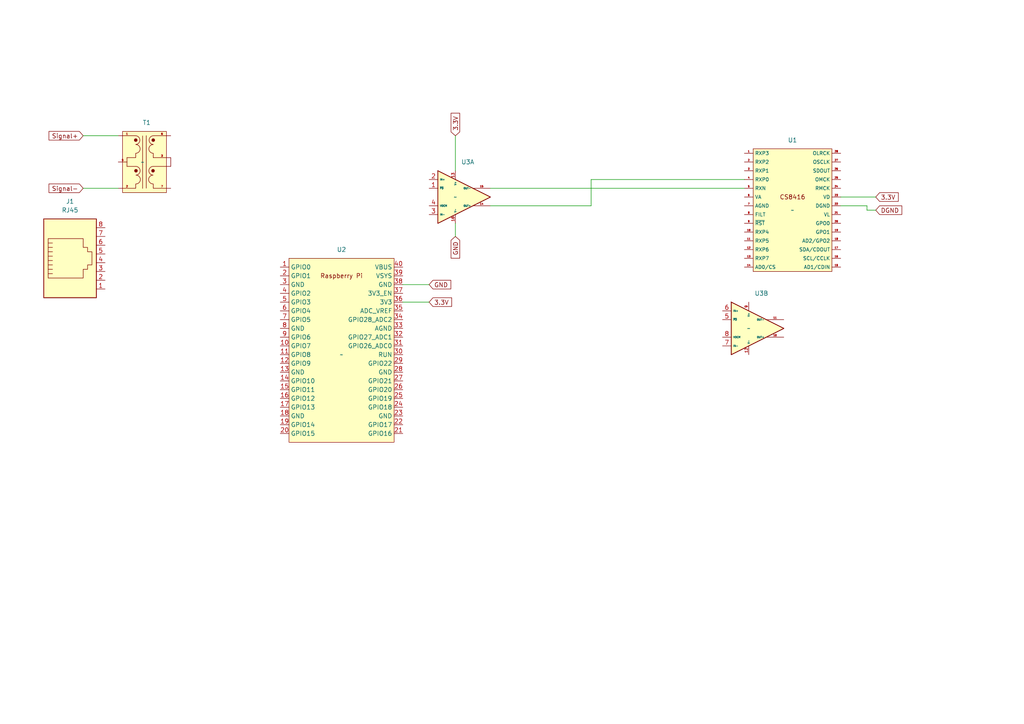
<source format=kicad_sch>
(kicad_sch (version 20230121) (generator eeschema)
  (paper "A4")
  (lib_symbols
    (symbol "491_Symbols:CS8416"
      (property "Reference" "U" (at 0 0 0))
      (symbol "CS8416_0_1"
        (rectangle (start -11.43 17.78) (end 11.43 -17.78) (fill (type background)))
      )
      (symbol "CS8416_1_1"
        (text "CS8416" (at 0 3.81 0) (effects (font (size 1.27 1.27))))
        (pin input line (at -13.97 16.51 0) (length 2.54) (name "RXP3") (number "1"))
        (pin input line (at -13.97 -6.35 0) (length 2.54) (name "RXP4") (number "10"))
        (pin input line (at -13.97 -8.89 0) (length 2.54) (name "RXP5") (number "11"))
        (pin input line (at -13.97 -11.43 0) (length 2.54) (name "RXP6") (number "12"))
        (pin input line (at -13.97 -13.97 0) (length 2.54) (name "RXP7") (number "13"))
        (pin input line (at -13.97 -16.51 0) (length 2.54) (name "AD0/CS") (number "14"))
        (pin input line (at 13.97 -16.51 180) (length 2.54) (name "AD1/CDIN") (number "15"))
        (pin input line (at 13.97 -13.97 180) (length 2.54) (name "SCL/CCLK") (number "16"))
        (pin bidirectional line (at 13.97 -11.43 180) (length 2.54) (name "SDA/CDOUT") (number "17"))
        (pin output line (at 13.97 -8.89 180) (length 2.54) (name "AD2/GPO2") (number "18"))
        (pin output line (at 13.97 -6.35 180) (length 2.54) (name "GPO1") (number "19"))
        (pin input line (at -13.97 13.97 0) (length 2.54) (name "RXP2") (number "2"))
        (pin output line (at 13.97 -3.81 180) (length 2.54) (name "GPO0") (number "20"))
        (pin power_in line (at 13.97 -1.27 180) (length 2.54) (name "VL") (number "21"))
        (pin power_in line (at 13.97 1.27 180) (length 2.54) (name "DGND") (number "22"))
        (pin power_in line (at 13.97 3.81 180) (length 2.54) (name "VD") (number "23"))
        (pin output line (at 13.97 6.35 180) (length 2.54) (name "RMCK") (number "24"))
        (pin input line (at 13.97 8.89 180) (length 2.54) (name "OMCK") (number "25"))
        (pin output line (at 13.97 11.43 180) (length 2.54) (name "SDOUT") (number "26"))
        (pin bidirectional line (at 13.97 13.97 180) (length 2.54) (name "OSCLK") (number "27"))
        (pin bidirectional line (at 13.97 16.51 180) (length 2.54) (name "OLRCK") (number "28"))
        (pin input line (at -13.97 11.43 0) (length 2.54) (name "RXP1") (number "3"))
        (pin input line (at -13.97 8.89 0) (length 2.54) (name "RXP0") (number "4"))
        (pin input line (at -13.97 6.35 0) (length 2.54) (name "RXN") (number "5"))
        (pin power_in line (at -13.97 3.81 0) (length 2.54) (name "VA") (number "6"))
        (pin power_in line (at -13.97 1.27 0) (length 2.54) (name "AGND") (number "7"))
        (pin output line (at -13.97 -1.27 0) (length 2.54) (name "FILT") (number "8"))
        (pin input line (at -13.97 -3.81 0) (length 2.54) (name "~{RST}") (number "9"))
      )
    )
    (symbol "491_Symbols:Pico_W"
      (property "Reference" "U" (at 0 0 0))
      (symbol "Pico_W_0_0"
        (text "Raspberry Pi" (at 0 22.86 0) (effects (font (size 1.27 1.27))))
      )
      (symbol "Pico_W_0_1"
        (rectangle (start -15.24 27.94) (end 15.24 -25.4) (fill (type background)))
      )
      (symbol "Pico_W_1_1"
        (pin bidirectional line (at -17.78 25.4 0) (length 2.54) (name "GPIO0") (number "1"))
        (pin bidirectional line (at -17.78 2.54 0) (length 2.54) (name "GPIO7") (number "10"))
        (pin bidirectional line (at -17.78 0 0) (length 2.54) (name "GPIO8") (number "11"))
        (pin bidirectional line (at -17.78 -2.54 0) (length 2.54) (name "GPIO9") (number "12"))
        (pin power_in line (at -17.78 -5.08 0) (length 2.54) (name "GND") (number "13"))
        (pin bidirectional line (at -17.78 -7.62 0) (length 2.54) (name "GPIO10") (number "14"))
        (pin bidirectional line (at -17.78 -10.16 0) (length 2.54) (name "GPIO11") (number "15"))
        (pin bidirectional line (at -17.78 -12.7 0) (length 2.54) (name "GPIO12") (number "16"))
        (pin bidirectional line (at -17.78 -15.24 0) (length 2.54) (name "GPIO13") (number "17"))
        (pin power_in line (at -17.78 -17.78 0) (length 2.54) (name "GND") (number "18"))
        (pin bidirectional line (at -17.78 -20.32 0) (length 2.54) (name "GPIO14") (number "19"))
        (pin bidirectional line (at -17.78 22.86 0) (length 2.54) (name "GPIO1") (number "2"))
        (pin bidirectional line (at -17.78 -22.86 0) (length 2.54) (name "GPIO15") (number "20"))
        (pin bidirectional line (at 17.78 -22.86 180) (length 2.54) (name "GPIO16") (number "21"))
        (pin bidirectional line (at 17.78 -20.32 180) (length 2.54) (name "GPIO17") (number "22"))
        (pin power_in line (at 17.78 -17.78 180) (length 2.54) (name "GND") (number "23"))
        (pin bidirectional line (at 17.78 -15.24 180) (length 2.54) (name "GPIO18") (number "24"))
        (pin bidirectional line (at 17.78 -12.7 180) (length 2.54) (name "GPIO19") (number "25"))
        (pin bidirectional line (at 17.78 -10.16 180) (length 2.54) (name "GPIO20") (number "26"))
        (pin bidirectional line (at 17.78 -7.62 180) (length 2.54) (name "GPIO21") (number "27"))
        (pin power_in line (at 17.78 -5.08 180) (length 2.54) (name "GND") (number "28"))
        (pin bidirectional line (at 17.78 -2.54 180) (length 2.54) (name "GPIO22") (number "29"))
        (pin power_in line (at -17.78 20.32 0) (length 2.54) (name "GND") (number "3"))
        (pin input line (at 17.78 0 180) (length 2.54) (name "RUN") (number "30"))
        (pin bidirectional line (at 17.78 2.54 180) (length 2.54) (name "GPIO26_ADC0") (number "31"))
        (pin bidirectional line (at 17.78 5.08 180) (length 2.54) (name "GPIO27_ADC1") (number "32"))
        (pin power_in line (at 17.78 7.62 180) (length 2.54) (name "AGND") (number "33"))
        (pin bidirectional line (at 17.78 10.16 180) (length 2.54) (name "GPIO28_ADC2") (number "34"))
        (pin unspecified line (at 17.78 12.7 180) (length 2.54) (name "ADC_VREF") (number "35"))
        (pin unspecified line (at 17.78 15.24 180) (length 2.54) (name "3V3") (number "36"))
        (pin input line (at 17.78 17.78 180) (length 2.54) (name "3V3_EN") (number "37"))
        (pin bidirectional line (at 17.78 20.32 180) (length 2.54) (name "GND") (number "38"))
        (pin unspecified line (at 17.78 22.86 180) (length 2.54) (name "VSYS") (number "39"))
        (pin bidirectional line (at -17.78 17.78 0) (length 2.54) (name "GPIO2") (number "4"))
        (pin unspecified line (at 17.78 25.4 180) (length 2.54) (name "VBUS") (number "40"))
        (pin bidirectional line (at -17.78 15.24 0) (length 2.54) (name "GPIO3") (number "5"))
        (pin bidirectional line (at -17.78 12.7 0) (length 2.54) (name "GPIO4") (number "6"))
        (pin bidirectional line (at -17.78 10.16 0) (length 2.54) (name "GPIO5") (number "7"))
        (pin power_in line (at -17.78 7.62 0) (length 2.54) (name "GND") (number "8"))
        (pin bidirectional line (at -17.78 5.08 0) (length 2.54) (name "GPIO6") (number "9"))
      )
    )
    (symbol "491_Symbols:SM453230-181N7Y"
      (property "Reference" "T" (at 0 10.16 0))
      (symbol "SM453230-181N7Y_0_1"
        (arc (start -2.54 5.08) (mid -1.3376 6.35) (end -2.54 7.62))
        (arc (start -2.4705 -3.81) (mid -1.2681 -2.54) (end -2.4705 -1.27))
        (arc (start -2.4705 2.54) (mid -1.2681 3.81) (end -2.4705 5.08))
        (arc (start -2.401 -6.35) (mid -1.1986 -5.08) (end -2.401 -3.81))
        (polyline (pts (xy 2.54 -1.27) (xy 7.62 -1.27)))
        (polyline (pts (xy 7.62 1.27) (xy 7.62 -1.27)))
        (arc (start 2.401 -3.81) (mid 1.1986 -5.08) (end 2.401 -6.35))
        (arc (start 2.4705 -1.27) (mid 1.2681 -2.54) (end 2.4705 -3.81))
        (arc (start 2.4705 5.08) (mid 1.2681 3.81) (end 2.4705 2.54))
        (arc (start 2.54 7.62) (mid 1.3376 6.35) (end 2.54 5.08))
      )
      (symbol "SM453230-181N7Y_1_1"
        (rectangle (start -6.35 8.89) (end 6.35 -8.89) (fill (type background)))
        (circle (center -2.54 6.35) (radius 0.0001) (stroke (width 0.5)))
        (circle (center -2.4705 -2.54) (radius 0.0001) (stroke (width 0.5)))
        (polyline (pts (xy -5.08 -1.27) (xy -2.54 -1.27)))
        (polyline (pts (xy -5.08 1.27) (xy -5.08 -1.27)))
        (polyline (pts (xy -2.54 -6.35) (xy -2.54 -7.62)))
        (polyline (pts (xy -0.5502 -7.6652) (xy -0.5502 7.5748)))
        (polyline (pts (xy 0.5049 -7.5898) (xy 0.5049 7.6502)))
        (polyline (pts (xy 2.54 -6.35) (xy 2.54 -7.62)))
        (polyline (pts (xy 2.54 2.54) (xy 2.54 1.27)))
        (polyline (pts (xy -2.54 2.54) (xy -2.54 1.27) (xy -5.08 1.27)))
        (circle (center 2.4705 -2.54) (radius 0.0001) (stroke (width 0.5)))
        (circle (center 2.54 6.35) (radius 0.0001) (stroke (width 0.5)))
        (pin output line (at -7.62 7.62 0) (length 5.08) (name "") (number "1"))
        (pin output line (at -7.62 -7.62 0) (length 5.08) (name "") (number "2"))
        (pin output line (at 7.62 1.27 180) (length 5.08) (name "") (number "3"))
        (pin output line (at -7.62 0 0) (length 2.54) (name "") (number "5"))
        (pin output line (at 7.62 7.62 180) (length 5.08) (name "") (number "6"))
        (pin output line (at 7.62 -7.62 180) (length 5.08) (name "") (number "7"))
      )
    )
    (symbol "491_Symbols:THS4522"
      (property "Reference" "U" (at 0 0 0))
      (symbol "THS4522_1_1"
        (polyline (pts (xy -5.08 7.62) (xy -5.08 -7.62) (xy 10.16 0) (xy -5.08 7.62)) (stroke (width 0.254)) (fill (type background)))
        (pin input line (at -7.62 2.54 0) (length 2.54) (name "~{PD}") (number "1"))
        (pin power_in line (at 0 7.62 270) (length 2.54) (name "V+") (number "13"))
        (pin output line (at 10.16 -2.54 180) (length 5.08) (name "OUT+") (number "14"))
        (pin output line (at 10.16 2.54 180) (length 5.08) (name "OUT-") (number "15"))
        (pin power_in line (at 0 -7.62 90) (length 2.54) (name "V-") (number "16"))
        (pin input line (at -7.62 5.08 0) (length 2.54) (name "IN+") (number "2"))
        (pin input line (at -7.62 -5.08 0) (length 2.54) (name "IN-") (number "3"))
        (pin input line (at -7.62 -2.54 0) (length 2.54) (name "VOCM") (number "4"))
      )
      (symbol "THS4522_2_1"
        (polyline (pts (xy -5.08 7.62) (xy -5.08 -7.62) (xy 10.16 0) (xy -5.08 7.62)) (stroke (width 0.254)) (fill (type background)))
        (pin output line (at 10.16 -2.54 180) (length 5.08) (name "OUT+") (number "10"))
        (pin output line (at 10.16 2.54 180) (length 5.08) (name "OUT-") (number "11"))
        (pin power_in line (at 0 -7.62 90) (length 2.54) (name "V-") (number "12"))
        (pin input line (at -7.62 2.54 0) (length 2.54) (name "~{PD}") (number "5"))
        (pin input line (at -7.62 5.08 0) (length 2.54) (name "IN+") (number "6"))
        (pin input line (at -7.62 -5.08 0) (length 2.54) (name "IN-") (number "7"))
        (pin input line (at -7.62 -2.54 0) (length 2.54) (name "VOCM") (number "8"))
        (pin power_in line (at 0 7.62 270) (length 2.54) (name "V+") (number "9"))
      )
    )
    (symbol "Connector:RJ45" (pin_names (offset 1.016))
      (property "Reference" "J" (at -5.08 13.97 0))
      (property "Value" "RJ45" (at 2.54 13.97 0))
      (symbol "RJ45_0_1"
        (polyline (pts (xy -5.08 4.445) (xy -6.35 4.445)))
        (polyline (pts (xy -5.08 5.715) (xy -6.35 5.715)))
        (polyline (pts (xy -6.35 -3.175) (xy -5.08 -3.175) (xy -5.08 -3.175)))
        (polyline (pts (xy -6.35 -1.905) (xy -5.08 -1.905) (xy -5.08 -1.905)))
        (polyline (pts (xy -6.35 -0.635) (xy -5.08 -0.635) (xy -5.08 -0.635)))
        (polyline (pts (xy -6.35 0.635) (xy -5.08 0.635) (xy -5.08 0.635)))
        (polyline (pts (xy -6.35 1.905) (xy -5.08 1.905) (xy -5.08 1.905)))
        (polyline (pts (xy -5.08 3.175) (xy -6.35 3.175) (xy -6.35 3.175)))
        (polyline (pts (xy -6.35 -4.445) (xy -6.35 6.985) (xy 3.81 6.985) (xy 3.81 4.445) (xy 5.08 4.445) (xy 5.08 3.175) (xy 6.35 3.175) (xy 6.35 -0.635) (xy 5.08 -0.635) (xy 5.08 -1.905) (xy 3.81 -1.905) (xy 3.81 -4.445) (xy -6.35 -4.445) (xy -6.35 -4.445)))
        (rectangle (start 7.62 12.7) (end -7.62 -10.16) (stroke (width 0.254)) (fill (type background)))
      )
      (symbol "RJ45_1_1"
        (pin passive line (at 10.16 -7.62 180) (length 2.54) (name "~") (number "1"))
        (pin passive line (at 10.16 -5.08 180) (length 2.54) (name "~") (number "2"))
        (pin passive line (at 10.16 -2.54 180) (length 2.54) (name "~") (number "3"))
        (pin passive line (at 10.16 0 180) (length 2.54) (name "~") (number "4"))
        (pin passive line (at 10.16 2.54 180) (length 2.54) (name "~") (number "5"))
        (pin passive line (at 10.16 5.08 180) (length 2.54) (name "~") (number "6"))
        (pin passive line (at 10.16 7.62 180) (length 2.54) (name "~") (number "7"))
        (pin passive line (at 10.16 10.16 180) (length 2.54) (name "~") (number "8"))
      )
    )
  )
  (wire (pts (xy 251.46 59.69) (xy 243.84 59.69)))
  (wire (pts (xy 24.13 54.61) (xy 34.29 54.61)))
  (wire (pts (xy 24.13 39.37) (xy 34.29 39.37)))
  (wire (pts (xy 243.84 57.15) (xy 254 57.15)))
  (wire (pts (xy 171.45 52.07) (xy 215.9 52.07)))
  (wire (pts (xy 132.08 39.37) (xy 132.08 49.53)))
  (wire (pts (xy 142.24 54.61) (xy 215.9 54.61)))
  (wire (pts (xy 254 60.96) (xy 251.46 60.96)))
  (wire (pts (xy 171.45 59.69) (xy 171.45 52.07)))
  (wire (pts (xy 116.84 82.55) (xy 124.46 82.55)))
  (wire (pts (xy 251.46 60.96) (xy 251.46 59.69)))
  (wire (pts (xy 116.84 87.63) (xy 124.46 87.63)))
  (wire (pts (xy 132.08 64.77) (xy 132.08 68.58)))
  (wire (pts (xy 142.24 59.69) (xy 171.45 59.69)))
  (global_label "DGND" (shape input) (at 254 60.96 0) (property "Intersheetrefs" "${INTERSHEET_REFS}" (effects hide)))
  (global_label "Signal+" (shape input) (at 24.13 39.37 180) (property "Intersheetrefs" "${INTERSHEET_REFS}" (effects hide)))
  (global_label "3.3V" (shape input) (at 254 57.15 0) (property "Intersheetrefs" "${INTERSHEET_REFS}" (effects hide)))
  (global_label "3.3V" (shape input) (at 132.08 39.37 90) (property "Intersheetrefs" "${INTERSHEET_REFS}" (effects hide)))
  (global_label "3.3V" (shape input) (at 124.46 87.63 0) (property "Intersheetrefs" "${INTERSHEET_REFS}" (effects hide)))
  (global_label "GND" (shape input) (at 132.08 68.58 270) (property "Intersheetrefs" "${INTERSHEET_REFS}" (effects hide)))
  (global_label "GND" (shape input) (at 124.46 82.55 0) (property "Intersheetrefs" "${INTERSHEET_REFS}" (effects hide)))
  (global_label "Signal-" (shape input) (at 24.13 54.61 180) (property "Intersheetrefs" "${INTERSHEET_REFS}" (effects hide)))
  (symbol (lib_id "491_Symbols:THS4522") (at 132.08 57.15 0) (unit 1)
    (property "Reference" "U3" (at 133.7502 46.99 0) (effects (justify left)))
    (property "Value" "~" (at 132.08 57.15 0))
    (property "Footprint" "Package_SO:TSSOP-16_4.4x5mm_P0.65mm" (effects hide))
  )
  (symbol (lib_id "491_Symbols:CS8416") (at 229.87 60.96 0) (unit 1)
    (property "Reference" "U1" (at 229.87 40.64 0))
    (property "Value" "~" (at 229.87 60.96 0))
    (property "Footprint" "Package_SO:SOIC-28W_7.5x17.9mm_P1.27mm" (effects hide))
  )
  (symbol (lib_id "491_Symbols:Pico_W") (at 99.06 102.87 0) (unit 1)
    (property "Reference" "U2" (at 99.06 72.39 0))
    (property "Value" "~" (at 99.06 102.87 0))
    (property "Footprint" "491_Footprints:Pico W" (effects hide))
  )
  (symbol (lib_id "491_Symbols:SM453230-181N7Y") (at 41.91 46.99 0) (unit 1)
    (property "Reference" "T1" (at 42.545 35.56 0))
    (property "Value" "~" (at 41.3598 47.0352 0))
    (property "Footprint" "491_Footprints:SM453230-181N7Y" (effects hide))
  )
  (symbol (lib_id "Connector:RJ45") (at 20.32 76.2 0) (unit 1)
    (property "Reference" "J1" (at 20.32 58.42 0))
    (property "Value" "RJ45" (at 20.32 60.96 0))
  )
  (symbol (lib_id "491_Symbols:THS4522") (at 217.17 95.25 0) (unit 2)
    (property "Reference" "U3" (at 218.8402 85.09 0) (effects (justify left)))
    (property "Value" "~" (at 217.17 95.25 0))
    (property "Footprint" "Package_SO:TSSOP-16_4.4x5mm_P0.65mm" (effects hide))
  )
)
</source>
